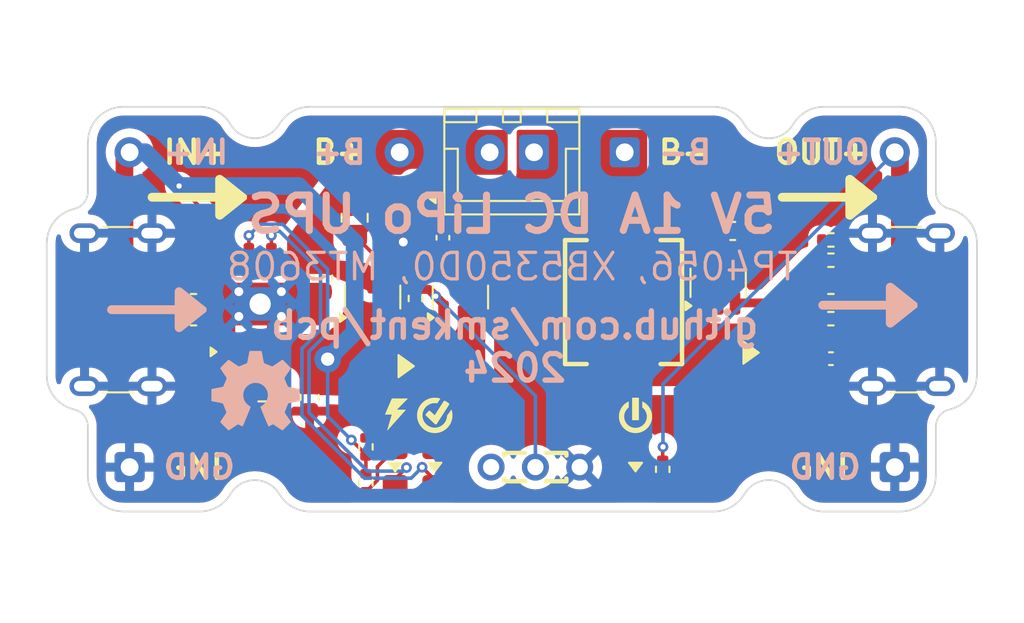
<source format=kicad_pcb>
(kicad_pcb (version 20240108) (generator "pcbnew") (generator_version "8.0")
  (layers (0 "F.Cu" signal) (31 "B.Cu" signal) (34 "B.Paste" user) (35 "F.Paste" user) (36 "B.SilkS" user "B.Silkscreen") (37 "F.SilkS" user "F.Silkscreen") (38 "B.Mask" user) (39 "F.Mask" user) (44 "Edge.Cuts" user))
  (net 0 "")
  (net 1 "B+")
  (net 2 "B-")
  (net 3 "VIN")
  (net 4 "GND")
  (net 5 "BATVDD")
  (net 6 "BOOST")
  (net 7 "VOUT")
  (net 8 "LOAD_SWITCH")
  (net 9 "SW")
  (net 10 "Net-(J0-CC1)")
  (net 11 "Net-(J0-CC2)")
  (net 12 "Net-(J1-CC1)")
  (net 13 "Net-(J1-CC2)")
  (net 14 "Net-(LED1-K)")
  (net 15 "Net-(LED1-A)")
  (net 16 "Net-(LED2-A)")
  (net 17 "Net-(LED2-K)")
  (net 18 "Net-(LED3-A)")
  (net 19 "Net-(Q2-G)")
  (net 20 "Net-(U1-PROG)")
  (net 21 "FB")
  (footprint "Resistor_SMD:R_0402_1005Metric" (layer "F.Cu") (at 146.3972 94.791)
    (property "Reference" "R10" (hide yes))
    (property "Value" "10K")
  )
  (footprint "Resistor_SMD:R_0402_1005Metric" (layer "F.Cu") (at 146.3972 95.936 180)
    (property "Reference" "R3" (hide yes))
    (property "Value" "75K")
  )
  (footprint "Resistor_SMD:R_0402_1005Metric" (layer "F.Cu") (at 122.949 98.097 90)
    (property "Reference" "R8" (hide yes))
    (property "Value" "10K")
  )
  (footprint "Resistor_SMD:R_0402_1005Metric" (layer "F.Cu") (at 146.3952 98.222)
    (property "Reference" "R6" (hide yes))
    (property "Value" "22K")
  )
  (footprint "Package_TO_SOT_SMD:SOT-23-6" (layer "F.Cu") (at 140.033 97.2115 90)
    (property "Reference" "U3" (hide yes))
    (property "Value" "MT3608")
  )
  (footprint "Package_TO_SOT_SMD:SOT-23" (layer "F.Cu") (at 125.489 98.0165 90)
    (property "Reference" "Q2" (hide yes))
    (property "Value" "AO3401A")
  )
  (footprint "lcsc:IND-SMD_L7.0-W6.6" (layer "F.Cu") (at 134.694 98.301 -90)
    (property "Reference" "L1" (hide yes))
    (property "Value" "22uH")
  )
  (footprint "Resistor_SMD:R_0402_1005Metric" (layer "F.Cu") (at 117.488 99.621 90)
    (property "Reference" "R11" (hide yes))
    (property "Value" "10K")
  )
  (footprint "custom:LED_0805_2012Metric_Pad1.15x1.40mm_HandSolder_simple" (layer "F.Cu") (at 121.806 107.62 90)
    (property "Reference" "LED1" (hide yes))
    (property "Value" "Charge")
  )
  (footprint "Package_TO_SOT_SMD:SOT-23" (layer "F.Cu") (at 120.536 98.0165 90)
    (property "Reference" "Q1" (hide yes))
    (property "Value" "AO3401A")
  )
  (footprint "graphics:icon-check-mark-circle-2mm" (layer "F.Cu") (at 124.0412 104.70017)
    (property "Reference" "G***" (hide yes))
    (property "Value" "LOGO" (hide yes))
  )
  (footprint "Capacitor_SMD:C_0603_1608Metric" (layer "F.Cu") (at 140.856 94.285)
    (property "Reference" "C4" (hide yes))
    (property "Value" "10uF")
  )
  (footprint "Resistor_SMD:R_0402_1005Metric" (layer "F.Cu") (at 136.9046 107.745 -90)
    (property "Reference" "R9" (hide yes))
    (property "Value" "10K")
  )
  (footprint "custom:SOIC-8-1EP_3.9x4.9mm_P1.27mm_EP2.41x3.3mm_ThermalVias_CustomVias_Large" (layer "F.Cu") (at 114.186 98.411 90)
    (property "Reference" "U1" (hide yes))
    (property "Value" "TP4056")
  )
  (footprint "Capacitor_SMD:C_0603_1608Metric" (layer "F.Cu") (at 117.742 96.939 90)
    (property "Reference" "C2" (hide yes))
    (property "Value" "10uF")
  )
  (footprint "Capacitor_SMD:C_0402_1005Metric" (layer "F.Cu") (at 146.3972 101.496)
    (property "Reference" "C5" (hide yes))
    (property "Value" "10uF")
  )
  (footprint "custom:PinHeader_1x01_P2.54mm_simple" (layer "F.Cu") (at 150 89.84)
    (property "Reference" "J201" (hide yes))
    (property "Value" "Conn_01x01")
  )
  (footprint "Resistor_SMD:R_0805_2012Metric_Pad1.20x1.40mm_HandSolder" (layer "F.Cu") (at 119.52 93.539 -90)
    (property "Reference" "R2" (hide yes))
    (property "Value" "100R")
  )
  (footprint "Resistor_SMD:R_0402_1005Metric" (layer "F.Cu") (at 146.3952 99.238)
    (property "Reference" "R7" (hide yes))
    (property "Value" "22K")
  )
  (footprint "custom:PinHeader_1x01_P2.54mm_simple" (layer "F.Cu") (at 106.82 89.84)
    (property "Reference" "J101" (hide yes))
    (property "Value" "Conn_01x01")
  )
  (footprint "custom:JST_XH_B2B-XH-A_1x02_P2.50mm_Vertical_simple_pad2gnd" (layer "F.Cu") (at 127.14 89.84)
    (property "Reference" "BT1" (hide yes))
    (property "Value" "Battery_Cell")
  )
  (footprint "custom:SW-TH_DEALON_SS-12D01-GX_simple" (layer "F.Cu") (at 129.72 107.62)
    (property "Reference" "SW1" (hide yes))
    (property "Value" "SW_SPDT")
  )
  (footprint "Capacitor_SMD:C_0603_1608Metric" (layer "F.Cu") (at 116.98 103.683 -90)
    (property "Reference" "C1" (hide yes))
    (property "Value" "10uF")
  )
  (footprint "custom:PinHeader_1x01_P2.54mm_simple_square" (layer "F.Cu") (at 106.82 107.62)
    (property "Reference" "J102" (hide yes))
    (property "Value" "Conn_01x01")
  )
  (footprint "Resistor_SMD:R_0805_2012Metric_Pad1.20x1.40mm_HandSolder" (layer "F.Cu") (at 114.313 103.175)
    (property "Reference" "R1" (hide yes))
    (property "Value" "1K2")
  )
  (footprint "Capacitor_SMD:C_0402_1005Metric" (layer "F.Cu") (at 124.501 94.666 -90)
    (property "Reference" "C3" (hide yes))
    (property "Value" "0.1uF")
  )
  (footprint "graphics:icon-power-2mm" (layer "F.Cu") (at 135.368736 104.699488)
    (property "Reference" "G***" (hide yes))
    (property "Value" "LOGO" (hide yes))
  )
  (footprint "Resistor_SMD:R_0402_1005Metric" (layer "F.Cu") (at 120.155 106.479 90)
    (property "Reference" "R13" (hide yes))
    (property "Value" "5K1")
  )
  (footprint "custom:D_SMA_simple" (layer "F.Cu") (at 122.409 101.905 180)
    (property "Reference" "D1" (hide yes))
    (property "Value" "SS34")
  )
  (footprint "custom:SOT-23-5_simple" (layer "F.Cu") (at 122.253 93.7715 -90)
    (property "Reference" "U2" (hide yes))
    (property "Value" "XB5350D0")
  )
  (footprint "custom:LED_0805_2012Metric_Pad1.15x1.40mm_HandSolder_simple" (layer "F.Cu") (at 135.3696 107.62 90)
    (property "Reference" "LED3" (hide yes))
    (property "Value" "Boost")
  )
  (footprint "custom:PinHeader_1x01_P2.54mm_simple_square" (layer "F.Cu") (at 150 107.62)
    (property "Reference" "J202" (hide yes))
    (property "Value" "Conn_01x01")
  )
  (footprint "custom:PinHeader_1x01_P2.54mm_simple" (layer "F.Cu") (at 122.06 89.84 180)
    (property "Reference" "J301" (hide yes))
    (property "Value" "Conn_01x01")
  )
  (footprint "custom:USB_C_Receptacle_GCT_USB4125-xx-x_6P_TopMnt_Horizontal_handsolder" (layer "F.Cu") (at 105.08 98.73 -90)
    (property "Reference" "J0" (hide yes))
    (property "Value" "USB_C_Receptacle_PowerOnly_6P")
  )
  (footprint "Resistor_SMD:R_0402_1005Metric" (layer "F.Cu") (at 110.4268 99.238)
    (property "Reference" "R4" (hide yes))
    (property "Value" "5K1")
  )
  (footprint "custom:D_SMA_simple" (layer "F.Cu") (at 141.872 101.143 180)
    (property "Reference" "D2" (hide yes))
    (property "Value" "SS34")
  )
  (footprint "custom:LED_0805_2012Metric_Pad1.15x1.40mm_HandSolder_simple" (layer "F.Cu") (at 124.04137 107.62 90)
    (property "Reference" "LED2" (hide yes))
    (property "Value" "Done")
  )
  (footprint "graphics:icon-lightning-bolt-2mm" (layer "F.Cu") (at 121.816112 104.576256)
    (property "Reference" "G***" (hide yes))
    (property "Value" "LOGO" (hide yes))
  )
  (footprint "Resistor_SMD:R_0402_1005Metric" (layer "F.Cu") (at 110.4268 98.224)
    (property "Reference" "R5" (hide yes))
    (property "Value" "5K1")
  )
  (footprint "Resistor_SMD:R_0402_1005Metric" (layer "F.Cu") (at 120.155 108.507 -90)
    (property "Reference" "R12" (hide yes))
    (property "Value" "5K1")
  )
  (footprint "custom:USB_C_Receptacle_GCT_USB4125-xx-x_6P_TopMnt_Horizontal_handsolder" (layer "F.Cu") (at 151.74 98.73 90)
    (property "Reference" "J1" (hide yes))
    (property "Value" "USB_C_Receptacle_PowerOnly_6P")
  )
  (footprint "custom:PinHeader_1x01_P2.54mm_simple_square" (layer "F.Cu") (at 134.76 89.84 180)
    (property "Reference" "J302" (hide yes))
    (property "Value" "Conn_01x01")
  )
  (footprint "graphics:oshw-logo-5mm" (layer "B.Cu") (at 113.932 103.302 180)
    (property "Reference" "G***" (hide yes))
    (property "Value" "LOGO" (hide yes))
  )
  (gr_poly (pts (xy 109.614 97.714) (xy 110.884 98.73) (xy 109.614 99.746)) (stroke (width 0.5)) (fill solid) (layer "B.SilkS"))
  (gr_line (start 105.804 98.73) (end 110.884 98.73) (stroke (width 0.5)) (layer "B.SilkS"))
  (gr_line (start 145.936 98.476) (end 151.016 98.476) (stroke (width 0.5)) (layer "B.SilkS"))
  (gr_poly (pts (xy 149.746 97.46) (xy 151.016 98.476) (xy 149.746 99.492)) (stroke (width 0.5)) (fill solid) (layer "B.SilkS"))
  (gr_line (start 108.09 92.38) (end 113.17 92.38) (stroke (width 0.5)) (layer "F.SilkS"))
  (gr_poly (pts (xy 111.9 91.364) (xy 113.17 92.38) (xy 111.9 93.396)) (stroke (width 0.5)) (fill solid) (layer "F.SilkS"))
  (gr_line (start 143.65 92.38) (end 148.73 92.38) (stroke (width 0.5)) (layer "F.SilkS"))
  (gr_poly (pts (xy 147.46 91.364) (xy 148.73 92.38) (xy 147.46 93.396)) (stroke (width 0.5)) (fill solid) (layer "F.SilkS"))
  (gr_poly (pts (xy 110.794799 87.2702) (xy 110.888899 87.2732) (xy 110.935899 87.276899) (xy 111.130499 87.301499) (xy 111.192098 87.3132) (xy 111.3745 87.3601) (xy 111.4342 87.3795) (xy 111.609199 87.4488) (xy 111.665998 87.4755) (xy 111.830999 87.5662) (xy 111.883999 87.5998) (xy 112.036298 87.7105) (xy 112.084699 87.7505) (xy 112.221899 87.8794) (xy 112.2649 87.925099) (xy 112.384899 88.0702) (xy 112.421799 88.120999) (xy 112.465999 88.1907) (xy 112.5013 88.2427) (xy 112.504699 88.2473) (xy 112.545099 88.3109) (xy 112.580399 88.3628) (xy 112.617199 88.4135) (xy 112.655699 88.463099) (xy 112.663599 88.4726) (xy 112.705099 88.5198) (xy 112.747999 88.5654) (xy 112.792399 88.609799) (xy 112.801399 88.6183) (xy 112.848499 88.6598) (xy 112.896799 88.699699) (xy 112.946399 88.73824) (xy 112.956399 88.74551) (xy 113.008399 88.78082) (xy 113.061199 88.81437) (xy 113.115299 88.84634) (xy 113.126099 88.8523) (xy 113.182099 88.88082) (xy 113.238799 88.90748) (xy 113.296399 88.93243) (xy 113.307899 88.93698) (xy 113.366999 88.95826) (xy 113.426599 88.97761) (xy 113.486899 88.99514) (xy 113.498899 88.99821) (xy 113.560199 89.01192) (xy 113.621699 89.02365) (xy 113.683699 89.03348) (xy 113.695999 89.035029) (xy 113.758499 89.04094) (xy 113.820999 89.044869) (xy 113.883799 89.04684) (xy 113.896199 89.04684) (xy 113.958999 89.044869) (xy 114.021499 89.04094) (xy 114.083999 89.035029) (xy 114.096299 89.03348) (xy 114.158299 89.02365) (xy 114.219799 89.01192) (xy 114.281099 88.99821) (xy 114.293099 88.99514) (xy 114.353399 88.97761) (xy 114.412999 88.95826) (xy 114.472099 88.93698) (xy 114.483599 88.93243) (xy 114.541199 88.90748) (xy 114.597899 88.88082) (xy 114.653899 88.8523) (xy 114.664699 88.84634) (xy 114.718799 88.81437) (xy 114.771599 88.78082) (xy 114.823599 88.74551) (xy 114.833599 88.73824) (xy 114.883199 88.699699) (xy 114.931499 88.6598) (xy 114.978599 88.6183) (xy 114.987599 88.609799) (xy 115.031999 88.5654) (xy 115.074899 88.5198) (xy 115.116399 88.4726) (xy 115.124299 88.463099) (xy 115.1628 88.4135) (xy 115.199599 88.3628) (xy 115.234899 88.3109) (xy 115.269899 88.2557) (xy 115.2864 88.2289) (xy 115.292399 88.2186) (xy 115.318299 88.179299) (xy 115.433599 88.020599) (xy 115.473599 87.972199) (xy 115.602499 87.835) (xy 115.648199 87.792) (xy 115.793299 87.672) (xy 115.844099 87.635099) (xy 116.003099 87.5342) (xy 116.057999 87.504) (xy 116.228399 87.4238) (xy 116.286699 87.4007) (xy 116.465799 87.3425) (xy 116.526599 87.3269) (xy 116.711599 87.2917) (xy 116.773799 87.2838) (xy 116.977399 87.271) (xy 117.008799 87.27) (xy 139.779095 87.27) (xy 139.794797 87.2702) (xy 139.888898 87.2732) (xy 139.935895 87.276899) (xy 140.130498 87.301499) (xy 140.192097 87.3132) (xy 140.374497 87.3601) (xy 140.434197 87.3795) (xy 140.609196 87.4488) (xy 140.665997 87.4755) (xy 140.830998 87.5662) (xy 140.883996 87.5998) (xy 141.036297 87.7105) (xy 141.084698 87.7505) (xy 141.221898 87.8794) (xy 141.264897 87.925099) (xy 141.384896 88.0702) (xy 141.421796 88.120999) (xy 141.465996 88.1907) (xy 141.501298 88.2427) (xy 141.504697 88.2473) (xy 141.545094 88.3109) (xy 141.580395 88.3628) (xy 141.617196 88.4135) (xy 141.655697 88.463099) (xy 141.663594 88.4726) (xy 141.705098 88.5198) (xy 141.747998 88.5654) (xy 141.792397 88.609799) (xy 141.801396 88.6183) (xy 141.848496 88.6598) (xy 141.896794 88.699699) (xy 141.946396 88.73824) (xy 141.956395 88.74551) (xy 142.008397 88.78082) (xy 142.061196 88.81437) (xy 142.115296 88.84634) (xy 142.126095 88.8523) (xy 142.182095 88.88082) (xy 142.238797 88.90748) (xy 142.296395 88.93243) (xy 142.307896 88.93698) (xy 142.366997 88.95826) (xy 142.426594 88.97761) (xy 142.486897 88.99514) (xy 142.498898 88.99821) (xy 142.560197 89.01192) (xy 142.621697 89.02365) (xy 142.683697 89.03348) (xy 142.695996 89.035029) (xy 142.758496 89.04094) (xy 142.820996 89.044869) (xy 142.883797 89.04684) (xy 142.896195 89.04684) (xy 142.958996 89.044869) (xy 143.021496 89.04094) (xy 143.083996 89.035029) (xy 143.096295 89.03348) (xy 143.158295 89.02365) (xy 143.219796 89.01192) (xy 143.281094 88.99821) (xy 143.293095 88.99514) (xy 143.353398 88.97761) (xy 143.412995 88.95826) (xy 143.472096 88.93698) (xy 143.483597 88.93243) (xy 143.541196 88.90748) (xy 143.597897 88.88082) (xy 143.653897 88.8523) (xy 143.664696 88.84634) (xy 143.718796 88.81437) (xy 143.771596 88.78082) (xy 143.823598 88.74551) (xy 143.833596 88.73824) (xy 143.883198 88.699699) (xy 143.931496 88.6598) (xy 143.978596 88.6183) (xy 143.987595 88.609799) (xy 144.031994 88.5654) (xy 144.074895 88.5198) (xy 144.116398 88.4726) (xy 144.124295 88.463099) (xy 144.162797 88.4135) (xy 144.199597 88.3628) (xy 144.234898 88.3109) (xy 144.269894 88.2557) (xy 144.286397 88.2289) (xy 144.292397 88.2186) (xy 144.318295 88.179299) (xy 144.433598 88.020599) (xy 144.473595 87.972199) (xy 144.602498 87.835) (xy 144.648198 87.792) (xy 144.793294 87.672) (xy 144.844098 87.635099) (xy 145.003094 87.5342) (xy 145.057995 87.504) (xy 145.228398 87.4238) (xy 145.286694 87.4007) (xy 145.465794 87.3425) (xy 145.526597 87.3269) (xy 145.711598 87.2917) (xy 145.773797 87.2838) (xy 145.977399 87.271) (xy 146.008793 87.27) (xy 150.291394 87.27) (xy 150.338498 87.2722) (xy 150.650593 87.3017) (xy 150.727795 87.3152) (xy 150.902596 87.3601) (xy 150.962296 87.3795) (xy 151.137295 87.4488) (xy 151.194096 87.4755) (xy 151.359097 87.5662) (xy 151.412099 87.5998) (xy 151.564397 87.7105) (xy 151.612797 87.7505) (xy 151.749997 87.8794) (xy 151.792996 87.925099) (xy 151.912999 88.0702) (xy 151.949895 88.120999) (xy 152.050797 88.28) (xy 152.080998 88.3349) (xy 152.161198 88.5053) (xy 152.184296 88.5636) (xy 152.242497 88.74273) (xy 152.258095 88.80349) (xy 152.293294 88.988459) (xy 152.301198 89.0507) (xy 152.313996 89.25432) (xy 152.314995 89.285709) (xy 152.314995 92.065079) (xy 152.316998 92.127869) (xy 152.332696 92.25246) (xy 152.363896 92.374089) (xy 152.410199 92.49086) (xy 152.470696 92.600899) (xy 152.544495 92.7025) (xy 152.630498 92.794049) (xy 152.727196 92.874089) (xy 152.833195 92.94138) (xy 152.946896 92.994849) (xy 153.066296 93.03366) (xy 153.227597 93.07507) (xy 153.287297 93.09446) (xy 153.462296 93.163779) (xy 153.519097 93.190489) (xy 153.684094 93.2812) (xy 153.737095 93.314819) (xy 153.889393 93.4255) (xy 153.937794 93.46549) (xy 154.074994 93.59439) (xy 154.117997 93.64012) (xy 154.237996 93.785219) (xy 154.274895 93.83596) (xy 154.375798 93.99496) (xy 154.405995 94.049929) (xy 154.486195 94.220319) (xy 154.509297 94.278639) (xy 154.567494 94.45773) (xy 154.583096 94.518489) (xy 154.618298 94.703459) (xy 154.626195 94.765699) (xy 154.638997 94.969319) (xy 154.639996 95.000709) (xy 154.639996 102.391429) (xy 154.637799 102.438459) (xy 154.608296 102.750649) (xy 154.594796 102.827818) (xy 154.549897 103.002598) (xy 154.530495 103.062248) (xy 154.461194 103.237339) (xy 154.434498 103.294098) (xy 154.343796 103.459108) (xy 154.310197 103.512077) (xy 154.199498 103.664417) (xy 154.159497 103.712757) (xy 154.030598 103.850029) (xy 153.984898 103.892967) (xy 153.839795 104.012999) (xy 153.788998 104.049868) (xy 153.629994 104.150768) (xy 153.575097 104.180988) (xy 153.404698 104.261168) (xy 153.346394 104.284258) (xy 153.167294 104.342457) (xy 153.076096 104.365868) (xy 153.076398 104.367178) (xy 153.005993 104.385258) (xy 152.889195 104.431488) (xy 152.779195 104.491987) (xy 152.677594 104.565798) (xy 152.585995 104.651768) (xy 152.505994 104.748528) (xy 152.438695 104.854557) (xy 152.385197 104.968187) (xy 152.346394 105.087628) (xy 152.322896 105.210978) (xy 152.314995 105.336319) (xy 152.314995 108.106428) (xy 152.312794 108.153458) (xy 152.283295 108.465649) (xy 152.269795 108.542818) (xy 152.224896 108.717598) (xy 152.205495 108.777298) (xy 152.136197 108.952297) (xy 152.109494 109.009098) (xy 152.018796 109.174099) (xy 151.985196 109.227097) (xy 151.874497 109.379399) (xy 151.834496 109.427799) (xy 151.705594 109.564999) (xy 151.659894 109.607998) (xy 151.514798 109.727997) (xy 151.463994 109.764898) (xy 151.304997 109.865799) (xy 151.250096 109.895998) (xy 151.079693 109.976198) (xy 151.021397 109.999298) (xy 150.842297 110.057499) (xy 150.781499 110.073097) (xy 150.596493 110.108299) (xy 150.534299 110.116198) (xy 150.330697 110.128998) (xy 150.299298 110.129997) (xy 146.000897 110.129997) (xy 145.985196 110.129799) (xy 145.891095 110.126797) (xy 145.844098 110.123099) (xy 145.649495 110.098499) (xy 145.587895 110.086798) (xy 145.405495 110.039898) (xy 145.345795 110.020498) (xy 145.170796 109.951199) (xy 145.113995 109.924498) (xy 144.948994 109.833798) (xy 144.895997 109.800198) (xy 144.743695 109.689499) (xy 144.695294 109.649498) (xy 144.558095 109.520598) (xy 144.515095 109.474899) (xy 144.395096 109.329798) (xy 144.358197 109.278999) (xy 144.313996 109.209297) (xy 144.278695 109.157299) (xy 144.275296 109.152699) (xy 144.234898 109.089098) (xy 144.199597 109.037197) (xy 144.162797 108.986498) (xy 144.124295 108.936897) (xy 144.116398 108.927399) (xy 144.074895 108.880198) (xy 144.031994 108.834599) (xy 143.987595 108.790199) (xy 143.978596 108.781698) (xy 143.931496 108.740198) (xy 143.883198 108.700298) (xy 143.833596 108.661759) (xy 143.823598 108.654488) (xy 143.771596 108.619179) (xy 143.718796 108.585629) (xy 143.664696 108.553658) (xy 143.653897 108.547699) (xy 143.597897 108.519177) (xy 143.541196 108.492518) (xy 143.483597 108.467568) (xy 143.472096 108.463017) (xy 143.412995 108.441738) (xy 143.353398 108.422388) (xy 143.293095 108.404858) (xy 143.281094 108.401787) (xy 143.219796 108.388077) (xy 143.158295 108.376347) (xy 143.096295 108.366518) (xy 143.083996 108.364967) (xy 143.021496 108.359059) (xy 142.958996 108.355129) (xy 142.896195 108.353157) (xy 142.883797 108.353157) (xy 142.820996 108.355129) (xy 142.758496 108.359059) (xy 142.695996 108.364967) (xy 142.683697 108.366518) (xy 142.621697 108.376347) (xy 142.560197 108.388077) (xy 142.498898 108.401787) (xy 142.486897 108.404858) (xy 142.426594 108.422388) (xy 142.366997 108.441738) (xy 142.307896 108.463017) (xy 142.296395 108.467568) (xy 142.238797 108.492518) (xy 142.182095 108.519177) (xy 142.126095 108.547699) (xy 142.115296 108.553658) (xy 142.061196 108.585629) (xy 142.008397 108.619179) (xy 141.956395 108.654488) (xy 141.946396 108.661759) (xy 141.896794 108.700298) (xy 141.848496 108.740198) (xy 141.801396 108.781698) (xy 141.792397 108.790199) (xy 141.747998 108.834599) (xy 141.705098 108.880198) (xy 141.663594 108.927399) (xy 141.655697 108.936897) (xy 141.617196 108.986498) (xy 141.580395 109.037197) (xy 141.545094 109.089098) (xy 141.510098 109.144299) (xy 141.493596 109.171097) (xy 141.487595 109.181397) (xy 141.461697 109.220699) (xy 141.346394 109.379399) (xy 141.306397 109.427799) (xy 141.177495 109.564999) (xy 141.131795 109.607998) (xy 140.986695 109.727997) (xy 140.935895 109.764898) (xy 140.776898 109.865799) (xy 140.721997 109.895998) (xy 140.551594 109.976198) (xy 140.493298 109.999298) (xy 140.314198 110.057499) (xy 140.253396 110.073097) (xy 140.068394 110.108299) (xy 140.006196 110.116198) (xy 139.802594 110.128998) (xy 139.771195 110.129997) (xy 117.000899 110.129997) (xy 116.985199 110.129799) (xy 116.891099 110.126797) (xy 116.844099 110.123099) (xy 116.649499 110.098499) (xy 116.587899 110.086798) (xy 116.405499 110.039898) (xy 116.345799 110.020498) (xy 116.170799 109.951199) (xy 116.113999 109.924498) (xy 115.948999 109.833798) (xy 115.895999 109.800198) (xy 115.743699 109.689499) (xy 115.695299 109.649498) (xy 115.558099 109.520598) (xy 115.515099 109.474899) (xy 115.395099 109.329798) (xy 115.358199 109.278999) (xy 115.313999 109.209297) (xy 115.278699 109.157299) (xy 115.275299 109.152699) (xy 115.234899 109.089098) (xy 115.199599 109.037197) (xy 115.1628 108.986498) (xy 115.124299 108.936897) (xy 115.116399 108.927399) (xy 115.074899 108.880198) (xy 115.031999 108.834599) (xy 114.987599 108.790199) (xy 114.978599 108.781698) (xy 114.931499 108.740198) (xy 114.883199 108.700298) (xy 114.833599 108.661759) (xy 114.823599 108.654488) (xy 114.771599 108.619179) (xy 114.718799 108.585629) (xy 114.664699 108.553658) (xy 114.653899 108.547699) (xy 114.597899 108.519177) (xy 114.541199 108.492518) (xy 114.483599 108.467568) (xy 114.472099 108.463017) (xy 114.412999 108.441738) (xy 114.353399 108.422388) (xy 114.293099 108.404858) (xy 114.281099 108.401787) (xy 114.219799 108.388077) (xy 114.158299 108.376347) (xy 114.096299 108.366518) (xy 114.083999 108.364967) (xy 114.021499 108.359059) (xy 113.958999 108.355129) (xy 113.896199 108.353157) (xy 113.883799 108.353157) (xy 113.820999 108.355129) (xy 113.758499 108.359059) (xy 113.695999 108.364967) (xy 113.683699 108.366518) (xy 113.621699 108.376347) (xy 113.560199 108.388077) (xy 113.498899 108.401787) (xy 113.486899 108.404858) (xy 113.426599 108.422388) (xy 113.366999 108.441738) (xy 113.307899 108.463017) (xy 113.296399 108.467568) (xy 113.238799 108.492518) (xy 113.182099 108.519177) (xy 113.126099 108.547699) (xy 113.115299 108.553658) (xy 113.061199 108.585629) (xy 113.008399 108.619179) (xy 112.956399 108.654488) (xy 112.946399 108.661759) (xy 112.896799 108.700298) (xy 112.848499 108.740198) (xy 112.801399 108.781698) (xy 112.792399 108.790199) (xy 112.747999 108.834599) (xy 112.705099 108.880198) (xy 112.663599 108.927399) (xy 112.655699 108.936897) (xy 112.617199 108.986498) (xy 112.580399 109.037197) (xy 112.545099 109.089098) (xy 112.510099 109.144299) (xy 112.493599 109.171097) (xy 112.487599 109.181397) (xy 112.461699 109.220699) (xy 112.346399 109.379399) (xy 112.3064 109.427799) (xy 112.177499 109.564999) (xy 112.131799 109.607998) (xy 111.9867 109.727997) (xy 111.935899 109.764898) (xy 111.776899 109.865799) (xy 111.722 109.895998) (xy 111.551599 109.976198) (xy 111.493299 109.999298) (xy 111.314199 110.057499) (xy 111.253399 110.073097) (xy 111.068399 110.108299) (xy 111.006199 110.116198) (xy 110.802599 110.128998) (xy 110.7712 110.129997) (xy 106.4886 110.129997) (xy 106.4415 110.127798) (xy 106.1294 110.098297) (xy 106.0522 110.084797) (xy 105.8774 110.039898) (xy 105.8177 110.020498) (xy 105.6427 109.951199) (xy 105.5859 109.924498) (xy 105.420899 109.833798) (xy 105.367899 109.800198) (xy 105.215599 109.689499) (xy 105.1672 109.649498) (xy 105.029999 109.520598) (xy 104.987 109.474899) (xy 104.866999 109.329798) (xy 104.830099 109.278999) (xy 104.729199 109.119999) (xy 104.699 109.065098) (xy 104.6188 108.894699) (xy 104.5957 108.836399) (xy 104.537499 108.657269) (xy 104.521901 108.596508) (xy 104.4867 108.411537) (xy 104.4788 108.349297) (xy 104.466 108.145678) (xy 104.465001 108.114288) (xy 104.465001 105.334919) (xy 104.463 105.272129) (xy 104.4473 105.147537) (xy 104.4161 105.025908) (xy 104.369799 104.909138) (xy 104.3093 104.799099) (xy 104.235501 104.697498) (xy 104.1495 104.605948) (xy 104.0528 104.525908) (xy 103.946801 104.458618) (xy 103.8331 104.405148) (xy 103.7137 104.366337) (xy 103.552399 104.324928) (xy 103.492699 104.305538) (xy 103.3177 104.236218) (xy 103.260899 104.209507) (xy 103.0959 104.118797) (xy 103.042901 104.085178) (xy 102.890601 103.974499) (xy 102.8422 103.934507) (xy 102.705 103.805607) (xy 102.661999 103.759878) (xy 102.542 103.614779) (xy 102.505101 103.564037) (xy 102.4042 103.405037) (xy 102.373999 103.350067) (xy 102.293799 103.179678) (xy 102.270699 103.121357) (xy 102.2125 102.942268) (xy 102.1969 102.881508) (xy 102.1617 102.696539) (xy 102.1538 102.634299) (xy 102.140999 102.430678) (xy 102.14 102.399289) (xy 102.14 95.008569) (xy 102.142199 94.961539) (xy 102.1717 94.649349) (xy 102.1852 94.572179) (xy 102.230099 94.3974) (xy 102.249501 94.33775) (xy 102.318801 94.162659) (xy 102.3455 94.105899) (xy 102.4362 93.94089) (xy 102.4698 93.88792) (xy 102.5805 93.73558) (xy 102.620499 93.687239) (xy 102.7494 93.549969) (xy 102.7951 93.50703) (xy 102.940199 93.386999) (xy 102.991 93.350129) (xy 103.15 93.24923) (xy 103.204899 93.21901) (xy 103.3753 93.138829) (xy 103.4336 93.11574) (xy 103.6127 93.05754) (xy 103.7039 93.034129) (xy 103.7036 93.032819) (xy 103.774001 93.01474) (xy 103.890799 92.968509) (xy 104.0008 92.90801) (xy 104.1024 92.8342) (xy 104.194001 92.74823) (xy 104.274001 92.651469) (xy 104.341299 92.545439) (xy 104.394801 92.43181) (xy 104.4336 92.312369) (xy 104.4571 92.189019) (xy 104.465001 92.063679) (xy 104.465001 89.293569) (xy 104.4672 89.24654) (xy 104.496701 88.93435) (xy 104.510199 88.85718) (xy 104.5551 88.6824) (xy 104.5745 88.6227) (xy 104.643799 88.4477) (xy 104.6705 88.3909) (xy 104.7612 88.2259) (xy 104.7948 88.1729) (xy 104.905499 88.020599) (xy 104.9455 87.972199) (xy 105.0744 87.835) (xy 105.1201 87.792) (xy 105.2652 87.672) (xy 105.316 87.635099) (xy 105.474999 87.5342) (xy 105.5299 87.504) (xy 105.7003 87.4238) (xy 105.7586 87.4007) (xy 105.9377 87.3425) (xy 105.998499 87.3269) (xy 106.1835 87.2917) (xy 106.245699 87.2838) (xy 106.449299 87.271) (xy 106.4807 87.27) (xy 110.779098 87.27)) (stroke (width 0.1)) (fill none) (layer "Edge.Cuts"))
  (gr_text "B+" (at 120.282 89.84 0) (layer "B.SilkS") (effects (font (size 1.3 1.3) (thickness 0.26) (bold yes)) (justify left mirror)))
  (gr_text "TP4056, XB5350D0, MT3608" (at 128.41 95.428 0) (layer "B.SilkS") (effects (font (size 1.5 1.5) (thickness 0.1875)) (justify top mirror)))
  (gr_text "IN+" (at 108.598 89.84 0) (layer "B.SilkS") (effects (font (size 1.3 1.3) (thickness 0.26) (bold yes)) (justify right mirror)))
  (gr_text "github.com/smkent/pcb\n2024" (at 128.550684 98.737439 0) (layer "B.SilkS") (effects (font (size 1.5 1.5) (thickness 0.3) (bold yes)) (justify top mirror)))
  (gr_text "5V 1A DC LiPo UPS" (at 128.39 93.35 0) (layer "B.SilkS") (effects (font (size 2 2) (thickness 0.4) (bold yes)) (justify mirror)))
  (gr_text "GND" (at 108.598 107.62 0) (layer "B.SilkS") (effects (font (size 1.3 1.3) (thickness 0.26) (bold yes)) (justify right mirror)))
  (gr_text "GND" (at 148.222 107.62 0) (layer "B.SilkS") (effects (font (size 1.3 1.3) (thickness 0.26) (bold yes)) (justify left mirror)))
  (gr_text "B-" (at 136.538 89.84 0) (layer "B.SilkS") (effects (font (size 1.3 1.3) (thickness 0.26) (bold yes)) (justify right mirror)))
  (gr_text "OUT+" (at 148.73 89.84 0) (layer "B.SilkS") (effects (font (size 1.3 1.3) (thickness 0.26) (bold yes)) (justify left mirror)))
  (gr_text "B+" (at 120.282 89.84 0) (layer "F.SilkS") (effects (font (size 1.3 1.3) (thickness 0.26) (bold yes)) (justify right)))
  (gr_text "GND" (at 148.222 107.62 0) (layer "F.SilkS") (effects (font (size 1.3 1.3) (thickness 0.26) (bold yes)) (justify right)))
  (gr_text "OUT+" (at 148.73 89.84 0) (layer "F.SilkS") (effects (font (size 1.3 1.3) (thickness 0.26) (bold yes)) (justify right)))
  (gr_text "GND" (at 108.598 107.62 0) (layer "F.SilkS") (effects (font (size 1.3 1.3) (thickness 0.26) (bold yes)) (justify left)))
  (gr_text "B-" (at 136.538 89.84 0) (layer "F.SilkS") (effects (font (size 1.3 1.3) (thickness 0.26) (bold yes)) (justify left)))
  (gr_text "IN+" (at 108.598 89.84 0) (layer "F.SilkS") (effects (font (size 1.3 1.3) (thickness 0.26) (bold yes)) (justify left)))
  (segment (start 124.1115 93.7965) (end 124.501 94.186) (width 0.5) (layer "F.Cu") (net 2))
  (segment (start 122.253 93.296499) (end 122.753001 93.7965) (width 0.5) (layer "F.Cu") (net 2))
  (segment (start 122.753001 93.7965) (end 124.1115 93.7965) (width 0.5) (layer "F.Cu") (net 2))
  (segment (start 124.464184 92.38) (end 128.664 92.38) (width 0.5) (layer "F.Cu") (net 2))
  (segment (start 123.605684 91.5215) (end 124.464184 92.38) (width 0.5) (layer "F.Cu") (net 2))
  (segment (start 122.253 92.068816) (end 122.800316 91.5215) (width 0.5) (layer "F.Cu") (net 2))
  (segment (start 122.253 92.634) (end 122.253 92.068816) (width 0.5) (layer "F.Cu") (net 2))
  (segment (start 129.64 91.404) (end 129.64 89.84) (width 0.5) (layer "F.Cu") (net 2))
  (segment (start 128.664 92.38) (end 129.64 91.404) (width 0.5) (layer "F.Cu") (net 2))
  (segment (start 122.800316 91.5215) (end 123.605684 91.5215) (width 0.5) (layer "F.Cu") (net 2))
  (segment (start 122.253 92.634) (end 122.253 93.296499) (width 0.5) (layer "F.Cu") (net 2))
  (segment (start 106.53 96.662) (end 107.207857 97.339857) (width 1) (layer "F.Cu") (net 3))
  (segment (start 106.985 97.73949) (end 107.51449 97.21) (width 0.75) (layer "F.Cu") (net 3))
  (segment (start 106.53 90.13) (end 106.53 96.662) (width 1) (layer "F.Cu") (net 3))
  (segment (start 106.985 99.72051) (end 106.985 97.73949) (width 0.75) (layer "F.Cu") (net 3))
  (segment (start 107.51449 97.21) (end 108.36 97.21) (width 0.75) (layer "F.Cu") (net 3))
  (segment (start 120.155 106.989) (end 120.155 106.908385) (width 0.2) (layer "F.Cu") (net 3))
  (segment (start 112.281 94.412) (end 112.281 95.936) (width 0.2) (layer "F.Cu") (net 3))
  (segment (start 108.36 100.25) (end 107.51449 100.25) (width 0.75) (layer "F.Cu") (net 3))
  (segment (start 120.155 107.997) (end 120.155 106.989) (width 0.2) (layer "F.Cu") (net 3))
  (segment (start 120.155 106.908385) (end 119.335001 106.088386) (width 0.2) (layer "F.Cu") (net 3))
  (segment (start 106.82 89.84) (end 106.53 90.13) (width 1) (layer "F.Cu") (net 3))
  (segment (start 107.51449 100.25) (end 106.985 99.72051) (width 0.75) (layer "F.Cu") (net 3))
  (segment (start 109.614 91.745) (end 112.281 94.412) (width 0.2) (layer "F.Cu") (net 3))
  (via (at 117.996 101.524) (size 1.5) (drill 0.75) (layers "F.Cu" "B.Cu") (net 3))
  (via (at 109.614 91.745) (size 0.6) (drill 0.3) (layers "F.Cu" "B.Cu") (net 3))
  (via (at 119.335001 106.088386) (size 0.6) (drill 0.3) (layers "F.Cu" "B.Cu") (net 3))
  (segment (start 119.335001 106.088386) (end 117.996 104.749385) (width 0.2) (layer "B.Cu") (net 3))
  (segment (start 119.52 100) (end 117.996 101.524) (width 1) (layer "B.Cu") (net 3))
  (segment (start 109.614 91.745) (end 107.709 89.84) (width 1) (layer "B.Cu") (net 3))
  (segment (start 116.345 91.745) (end 119.52 94.92) (width 1) (layer "B.Cu") (net 3))
  (segment (start 109.614 91.745) (end 116.345 91.745) (width 1) (layer "B.Cu") (net 3))
  (segment (start 119.52 94.92) (end 119.52 100) (width 1) (layer "B.Cu") (net 3))
  (segment (start 107.709 89.84) (end 106.82 89.84) (width 1) (layer "B.Cu") (net 3))
  (segment (start 117.996 104.749385) (end 117.996 101.524) (width 0.2) (layer "B.Cu") (net 3))
  (segment (start 117.488 99.111) (end 115.386 99.111) (width 1) (layer "F.Cu") (net 4))
  (segment (start 148.74 94.41) (end 148.74 95.7) (width 0.5) (layer "F.Cu") (net 4))
  (segment (start 108.08 103.05) (end 108.08 101.76) (width 0.5) (layer "F.Cu") (net 4))
  (segment (start 141.6375 97.1865) (end 142.126 96.698) (width 0.5) (layer "F.Cu") (net 4))
  (segment (start 148.74 95.7) (end 148.46 95.98) (width 0.5) (layer "F.Cu") (net 4))
  (segment (start 112.913208 98.411) (end 112.281 99.043208) (width 1) (layer "F.Cu") (net 4))
  (segment (start 148.74 101.76) (end 148.46 101.48) (width 0.5) (layer "F.Cu") (net 4))
  (segment (start 114.186 98.411) (end 112.913208 98.411) (width 1) (layer "F.Cu") (net 4))
  (segment (start 140.033 98.349) (end 140.033 97.686501) (width 0.5) (layer "F.Cu") (net 4))
  (segment (start 112.281 99.043208) (end 112.281 100.886) (width 1) (layer "F.Cu") (net 4))
  (segment (start 123.203 94.909) (end 122.2632 94.909) (width 1) (layer "F.Cu") (net 4))
  (segment (start 115.386 97.711) (end 116.088 97.711) (width 1) (layer "F.Cu") (net 4))
  (segment (start 109.404 95.98) (end 108.36 95.98) (width 1) (layer "F.Cu") (net 4))
  (segment (start 115.386 99.111) (end 116.345 99.111) (width 1) (layer "F.Cu") (net 4))
  (segment (start 148.74 94.41) (end 147.2882 94.41) (width 0.5) (layer "F.Cu") (net 4))
  (segment (start 112.281 100.886) (end 111.687 101.48) (width 1) (layer "F.Cu") (net 4))
  (segment (start 142.126 96.698) (end 142.126 94.78) (width 0.5) (layer "F.Cu") (net 4))
  (segment (start 116.088 97.711) (end 117.488 99.111) (width 1) (layer "F.Cu") (net 4))
  (segment (start 148.74 103.05) (end 148.74 101.76) (width 0.5) (layer "F.Cu") (net 4))
  (segment (start 147.2882 94.41) (end 146.9072 94.791) (width 0.5) (layer "F.Cu") (net 4))
  (segment (start 115.389 97.714) (end 115.386 97.711) (width 1) (layer "F.Cu") (net 4))
  (segment (start 140.033 97.686501) (end 140.533001 97.1865) (width 0.5) (layer "F.Cu") (net 4))
  (segment (start 113.486 97.711) (end 111.135 97.711) (width 1) (layer "F.Cu") (net 4))
  (segment (start 111.135 97.711) (end 109.404 95.98) (width 1) (layer "F.Cu") (net 4))
  (segment (start 140.533001 97.1865) (end 141.6375 97.1865) (width 0.5) (layer "F.Cu") (net 4))
  (segment (start 111.687 101.48) (end 108.36 101.48) (width 1) (layer "F.Cu") (net 4))
  (segment (start 117.742 97.714) (end 115.389 97.714) (width 1) (layer "F.Cu") (net 4))
  (segment (start 142.126 94.78) (end 141.631 94.285) (width 0.5) (layer "F.Cu") (net 4))
  (segment (start 108.08 101.76) (end 108.36 101.48) (width 0.5) (layer "F.Cu") (net 4))
  (segment (start 114.186 98.411) (end 113.486 97.711) (width 1) (layer "F.Cu") (net 4))
  (segment (start 116.345 99.111) (end 117.742 97.714) (width 1) (layer "F.Cu") (net 4))
  (segment (start 108.08 95.7) (end 108.36 95.98) (width 0.5) (layer "F.Cu") (net 4))
  (segment (start 121.303 94.909) (end 122.2632 94.909) (width 1) (layer "F.Cu") (net 4))
  (segment (start 108.08 94.41) (end 108.08 95.7) (width 0.5) (layer "F.Cu") (net 4))
  (segment (start 117.488 97.968) (end 117.742 97.714) (width 1) (layer "F.Cu") (net 4))
  (segment (start 117.488 99.111) (end 117.488 97.968) (width 1) (layer "F.Cu") (net 4))
  (via (at 122.2632 94.909) (size 1) (drill 0.5) (layers "F.Cu" "B.Cu") (net 4))
  (segment (start 121.303 93.1395) (end 121.303 92.634) (width 0.2) (layer "F.Cu") (net 5))
  (segment (start 119.52 94.539) (end 119.9035 94.539) (width 0.2) (layer "F.Cu") (net 5))
  (segment (start 119.52 94.539) (end 120.8525 95.8715) (width 0.2) (layer "F.Cu") (net 5))
  (segment (start 119.9035 94.539) (end 121.303 93.1395) (width 0.2) (layer "F.Cu") (net 5))
  (segment (start 123.7755 95.8715) (end 124.501 95.146) (width 0.2) (layer "F.Cu") (net 5))
  (segment (start 120.8525 95.8715) (end 123.7755 95.8715) (width 0.2) (layer "F.Cu") (net 5))
  (segment (start 149.835 97.73949) (end 149.835 99.72051) (width 0.75) (layer "F.Cu") (net 7))
  (segment (start 149.30551 100.25) (end 148.46 100.25) (width 0.75) (layer "F.Cu") (net 7))
  (segment (start 136.9046 107.235) (end 136.9046 106.4914) (width 0.2) (layer "F.Cu") (net 7))
  (segment (start 150 89.84) (end 150.29 90.13) (width 1) (layer "F.Cu") (net 7))
  (segment (start 150.29 97.28449) (end 149.923388 97.651102) (width 1) (layer "F.Cu") (net 7))
  (segment (start 149.835 99.72051) (end 149.30551 100.25) (width 0.75) (layer "F.Cu") (net 7))
  (segment (start 136.9046 106.4914) (end 136.919 106.477) (width 0.2) (layer "F.Cu") (net 7))
  (segment (start 150.29 90.13) (end 150.29 97.28449) (width 1) (layer "F.Cu") (net 7))
  (segment (start 149.30551 97.21) (end 149.835 97.73949) (width 0.75) (layer "F.Cu") (net 7))
  (segment (start 148.46 97.21) (end 149.30551 97.21) (width 0.75) (layer "F.Cu") (net 7))
  (via (at 136.919 106.477) (size 0.6) (drill 0.3) (layers "F.Cu" "B.Cu") (net 7))
  (segment (start 136.919 106.477) (end 136.919 102.921) (width 0.2) (layer "B.Cu") (net 7))
  (segment (start 136.919 102.921) (end 150 89.84) (width 0.2) (layer "B.Cu") (net 7))
  (segment (start 108.36 98.23) (end 109.9108 98.23) (width 0.5) (layer "F.Cu") (net 10))
  (segment (start 109.9108 98.23) (end 109.9168 98.224) (width 0.5) (layer "F.Cu") (net 10))
  (segment (start 109.9088 99.23) (end 109.9168 99.238) (width 0.5) (layer "F.Cu") (net 11))
  (segment (start 108.36 99.23) (end 109.9088 99.23) (width 0.5) (layer "F.Cu") (net 11))
  (segment (start 146.9132 99.23) (end 146.9052 99.238) (width 0.5) (layer "F.Cu") (net 12))
  (segment (start 148.46 99.23) (end 146.9132 99.23) (width 0.5) (layer "F.Cu") (net 12))
  (segment (start 146.9052 98.222) (end 148.452 98.222) (width 0.5) (layer "F.Cu") (net 13))
  (segment (start 148.452 98.222) (end 148.46 98.23) (width 0.5) (layer "F.Cu") (net 13))
  (segment (start 113.551 94.539) (end 113.551 95.936) (width 0.2) (layer "F.Cu") (net 14))
  (segment (start 121.806 108.286951) (end 122.446063 107.646888) (width 0.2) (layer "F.Cu") (net 14))
  (segment (start 121.806 108.645) (end 121.806 108.286951) (width 0.2) (layer "F.Cu") (net 14))
  (via (at 113.551 94.539) (size 0.6) (drill 0.3) (layers "F.Cu" "B.Cu") (net 14))
  (via (at 122.446063 107.646888) (size 0.6) (drill 0.3) (layers "F.Cu" "B.Cu") (net 14))
  (segment (start 122.246063 107.846888) (end 120.244974 107.846888) (width 0.2) (layer "B.Cu") (net 14))
  (segment (start 117.996 96.444) (end 115.456 93.904) (width 0.2) (layer "B.Cu") (net 14))
  (segment (start 116.946 104.547914) (end 116.946 101.089075) (width 0.2) (layer "B.Cu") (net 14))
  (segment (start 114.186 93.904) (end 113.551 94.539) (width 0.2) (layer "B.Cu") (net 14))
  (segment (start 117.996 100.039075) (end 117.996 96.444) (width 0.2) (layer "B.Cu") (net 14))
  (segment (start 115.456 93.904) (end 114.186 93.904) (width 0.2) (layer "B.Cu") (net 14))
  (segment (start 122.446063 107.646888) (end 122.246063 107.846888) (width 0.2) (layer "B.Cu") (net 14))
  (segment (start 120.244974 107.846888) (end 116.946 104.547914) (width 0.2) (layer "B.Cu") (net 14))
  (segment (start 116.946 101.089075) (end 117.996 100.039075) (width 0.2) (layer "B.Cu") (net 14))
  (segment (start 120.806 108.366) (end 120.806 107.595) (width 0.2) (layer "F.Cu") (net 15))
  (segment (start 120.155 109.017) (end 120.806 108.366) (width 0.2) (layer "F.Cu") (net 15))
  (segment (start 120.806 107.595) (end 121.806 106.595) (width 0.2) (layer "F.Cu") (net 15))
  (segment (start 123.16637 105.72) (end 124.04137 106.595) (width 0.2) (layer "F.Cu") (net 16))
  (segment (start 120.155 105.969) (end 120.404 105.72) (width 0.2) (layer "F.Cu") (net 16))
  (segment (start 120.404 105.72) (end 123.16637 105.72) (width 0.2) (layer "F.Cu") (net 16))
  (segment (start 124.04137 108.340878) (end 123.327521 107.627029) (width 0.2) (layer "F.Cu") (net 17))
  (segment (start 114.821 94.539) (end 114.821 95.936) (width 0.2) (layer "F.Cu") (net 17))
  (segment (start 124.04137 108.645) (end 124.04137 108.340878) (width 0.2) (layer "F.Cu") (net 17))
  (via (at 114.821 94.539) (size 0.6) (drill 0.3) (layers "F.Cu" "B.Cu") (net 17))
  (via (at 123.327521 107.627029) (size 0.6) (drill 0.3) (layers "F.Cu" "B.Cu") (net 17))
  (segment (start 114.821 94.539) (end 115.056 94.304) (width 0.2) (layer "B.Cu") (net 17))
  (segment (start 115.290314 94.304) (end 117.596 96.609686) (width 0.2) (layer "B.Cu") (net 17))
  (segment (start 116.546 100.923389) (end 116.546 104.713599) (width 0.2) (layer "B.Cu") (net 17))
  (segment (start 117.596 99.873389) (end 116.546 100.923389) (width 0.2) (layer "B.Cu") (net 17))
  (segment (start 122.707662 108.246888) (end 123.327521 107.627029) (width 0.2) (layer "B.Cu") (net 17))
  (segment (start 117.596 96.609686) (end 117.596 99.873389) (width 0.2) (layer "B.Cu") (net 17))
  (segment (start 116.546 104.713599) (end 120.079288 108.246888) (width 0.2) (layer "B.Cu") (net 17))
  (segment (start 120.079288 108.246888) (end 122.707662 108.246888) (width 0.2) (layer "B.Cu") (net 17))
  (segment (start 115.056 94.304) (end 115.290314 94.304) (width 0.2) (layer "B.Cu") (net 17))
  (segment (start 135.3696 106.595) (end 135.3696 106.72) (width 0.2) (layer "F.Cu") (net 18))
  (segment (start 135.3696 106.72) (end 136.9046 108.255) (width 0.2) (layer "F.Cu") (net 18))
  (segment (start 122.949 97.587) (end 123.711 97.587) (width 0.5) (layer "F.Cu") (net 19))
  (segment (start 124.539 98.415) (end 124.539 98.954) (width 0.5) (layer "F.Cu") (net 19))
  (segment (start 124.092 97.968) (end 124.539 98.415) (width 0.5) (layer "F.Cu") (net 19))
  (segment (start 123.711 97.587) (end 124.092 97.968) (width 0.5) (layer "F.Cu") (net 19))
  (via (at 124.092 97.968) (size 0.6) (drill 0.3) (layers "F.Cu" "B.Cu") (net 19))
  (segment (start 129.72 103.596) (end 124.092 97.968) (width 0.2) (layer "B.Cu") (net 19))
  (segment (start 129.72 107.62) (end 129.72 103.596) (width 0.2) (layer "B.Cu") (net 19))
  (segment (start 113.551 102.937) (end 113.313 103.175) (width 0.5) (layer "F.Cu") (net 20))
  (segment (start 113.551 100.886) (end 113.551 102.937) (width 0.5) (layer "F.Cu") (net 20))
  (segment (start 145.8872 94.791) (end 145.8872 95.936) (width 0.5) (layer "F.Cu") (net 21))
  (segment (start 142.761 98.349) (end 140.983 98.349) (width 0.5) (layer "F.Cu") (net 21))
  (segment (start 145.8872 95.936) (end 145.174 95.936) (width 0.5) (layer "F.Cu") (net 21))
  (segment (start 145.174 95.936) (end 142.761 98.349) (width 0.5) (layer "F.Cu") (net 21))
  (zone (net 2) (net_name "B-") (layer "F.Cu") (priority 1) (connect_pads yes (clearance 0.5)) (min_thickness 0.25) (fill yes (thermal_gap 0.5) (thermal_bridge_width 0.5))
    (polygon (pts (xy 136.03 88.57) (xy 128.41 88.57) (xy 128.41 91.618) (xy 121.806 91.618) (xy 121.806 93.396) (xy 121.806 94.158) (xy 125.108 94.666) (xy 125.108 93.396) (xy 128.41 93.396) (xy 130.95 91.618) (xy 136.03 91.618)))
  )
  (zone (net 8) (net_name "LOAD_SWITCH") (layer "F.Cu") (priority 2) (connect_pads yes (clearance 0.5)) (min_thickness 0.25) (fill yes (thermal_gap 0.5) (thermal_bridge_width 0.5))
    (polygon (pts (xy 121.044 97.968) (xy 126.886 97.968) (xy 126.886 103.556) (xy 122.314 103.556) (xy 122.314 100.254) (xy 121.044 100.254)))
  )
  (zone (net 7) (net_name "VOUT") (layer "F.Cu") (priority 2) (connect_pads yes (clearance 0.5)) (min_thickness 0.25) (fill yes (thermal_gap 0.5) (thermal_bridge_width 0.5))
    (polygon (pts (xy 145.428 96.444) (xy 145.936 96.444) (xy 146.444 96.444) (xy 146.444 95.428) (xy 147.46 95.428) (xy 147.46 96.444) (xy 149.238 96.698) (xy 149.238 100.762) (xy 147.46 101.016) (xy 146.444 101.016) (xy 146.19 102.032) (xy 145.174 103.048) (xy 142.38 103.048) (xy 142.38 99.492)))
  )
  (zone (net 9) (net_name "SW") (layer "F.Cu") (priority 2) (connect_pads yes (clearance 0.5)) (min_thickness 0.25) (fill yes (thermal_gap 0.5) (thermal_bridge_width 0.5))
    (polygon (pts (xy 132.728 99.746) (xy 132.728 103.048) (xy 141.618 103.048) (xy 141.618 99.492) (xy 139.586 99.492) (xy 139.586 97.46) (xy 138.57 97.46) (xy 137.3 99.746)))
  )
  (zone (net 6) (net_name "BOOST") (layer "F.Cu") (priority 2) (connect_pads yes (clearance 0.5)) (min_thickness 0.25) (fill yes (thermal_gap 0.5) (thermal_bridge_width 0.5))
    (polygon (pts (xy 125.108 97.968) (xy 130.95 97.968) (xy 131.458 96.698) (xy 141.364 96.698) (xy 141.364 95.174) (xy 140.602 93.65) (xy 131.204 93.65) (xy 130.188 94.92) (xy 127.394 94.92) (xy 126.632 95.936) (xy 125.108 95.936)))
  )
  (zone (net 3) (net_name "VIN") (layer "F.Cu") (priority 2) (connect_pads yes (clearance 0.5)) (min_thickness 0.25) (fill yes (thermal_gap 0.5) (thermal_bridge_width 0.5))
    (polygon (pts (xy 115.583 99.746) (xy 115.583 102.032) (xy 116.218 103.556) (xy 117.742 103.556) (xy 121.933 103.683) (xy 121.933 100.635) (xy 120.79 100.635) (xy 120.79 98.222) (xy 119.139 98.222) (xy 118.504 99.746)))
  )
  (zone (net 1) (net_name "B+") (layer "F.Cu") (priority 2) (connect_pads yes (clearance 0.5)) (min_thickness 0.25) (fill yes (thermal_gap 0.5) (thermal_bridge_width 0.5))
    (polygon (pts (xy 128.156 88.57) (xy 128.156 91.11) (xy 120.536 91.11) (xy 120.536 93.142) (xy 118.504 93.65) (xy 118.504 95.936) (xy 121.044 96.19) (xy 121.044 97.968) (xy 118.504 96.952) (xy 115.71 96.952) (xy 115.71 94.666) (xy 120.282 88.57)))
  )
  (zone (net 4) (net_name "GND") (layers "F&B.Cu") (connect_pads (clearance 0.5)) (min_thickness 0.25) (fill yes (thermal_gap 0.5) (thermal_bridge_width 0.5))
    (polygon (pts (xy 100.724 86.792) (xy 155.842 86.792) (xy 155.842 110.668) (xy 100.724 110.668)))
  )
)
</source>
